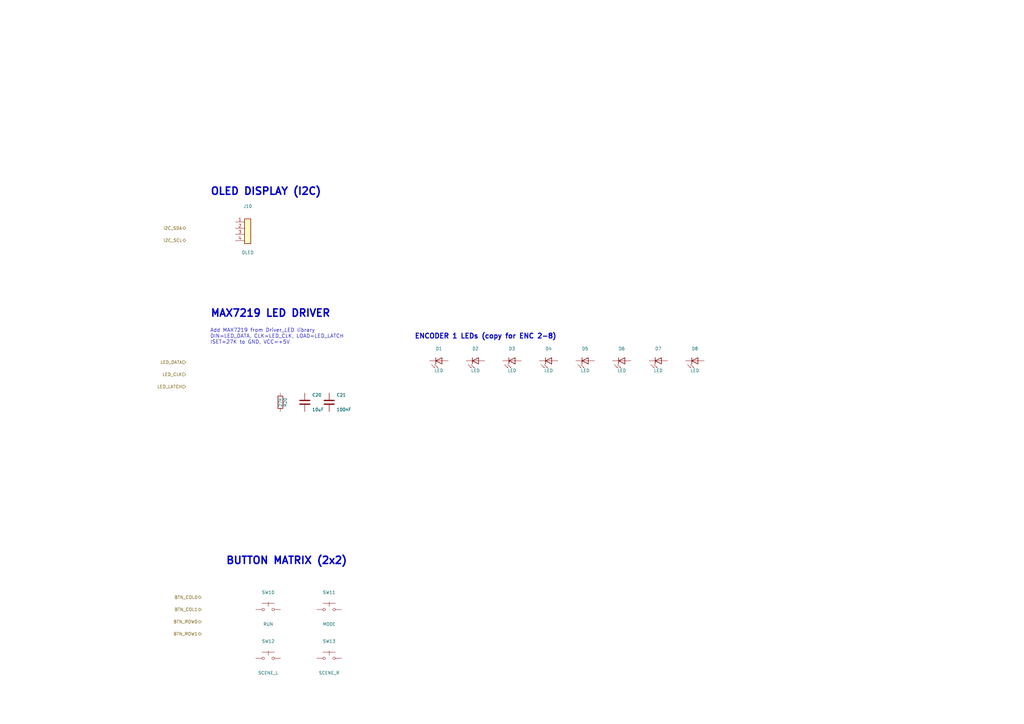
<source format=kicad_sch>
(kicad_sch (version 20250114) (generator "eeschema") (generator_version "9.0")
  (paper "A3")
  (title_block (title "SENGBARD - UI Components") (date "2025-01-26") (rev "0.2") (comment 1 "OLED Display, MAX7219 LED Driver, Button Matrix") (comment 2 "64x Encoder Ring LEDs, 4x Buttons"))
  (lib_symbols
    (symbol "Connector_Generic:Conn_01x04" (pin_names (offset 1.016) hide)
      (property "Reference" "J" (at 0 5.08 0))
      (property "Value" "Conn_01x04" (at 0 -7.62 0))
      (symbol "Conn_01x04_1_1"
        (rectangle (start -1.27 3.81) (end 1.27 -6.35) (stroke (width 0.254)) (fill (type background)))
        (pin passive line (at -5.08 2.54 0) (length 3.81) (name "Pin_1") (number "1"))
        (pin passive line (at -5.08 0 0) (length 3.81) (name "Pin_2") (number "2"))
        (pin passive line (at -5.08 -2.54 0) (length 3.81) (name "Pin_3") (number "3"))
        (pin passive line (at -5.08 -5.08 0) (length 3.81) (name "Pin_4") (number "4"))
      )
    )
    (symbol "Device:R" (pin_numbers hide) (pin_names (offset 0))
      (property "Reference" "R" (at 2.032 0 90))
      (property "Value" "R" (at 0 0 90))
      (symbol "R_0_1"
        (rectangle (start -1.016 -2.54) (end 1.016 2.54) (stroke (width 0.254)))
      )
      (symbol "R_1_1"
        (pin passive line (at 0 3.81 270) (length 1.27) (name "~") (number "1"))
        (pin passive line (at 0 -3.81 90) (length 1.27) (name "~") (number "2"))
      )
    )
    (symbol "Device:C" (pin_numbers hide) (pin_names (offset 0.254))
      (property "Reference" "C" (at 0.635 2.54 0))
      (property "Value" "C" (at 0.635 -2.54 0))
      (symbol "C_0_1"
        (polyline (pts (xy -2.032 -0.762) (xy 2.032 -0.762)) (stroke (width 0.508)))
        (polyline (pts (xy -2.032 0.762) (xy 2.032 0.762)) (stroke (width 0.508)))
      )
      (symbol "C_1_1"
        (pin passive line (at 0 3.81 270) (length 2.794) (name "~") (number "1"))
        (pin passive line (at 0 -3.81 90) (length 2.794) (name "~") (number "2"))
      )
    )
    (symbol "Device:LED" (pin_numbers hide) (pin_names (offset 1.016) hide)
      (property "Reference" "D" (at 0 4.064 0))
      (property "Value" "LED" (at 0 -3.556 0))
      (symbol "LED_0_1"
        (polyline (pts (xy -1.27 -1.27) (xy -1.27 1.27)) (stroke (width 0.254)))
        (polyline (pts (xy -1.27 0) (xy 1.27 0)))
        (polyline (pts (xy 1.27 -1.27) (xy 1.27 1.27) (xy -1.27 0) (xy 1.27 -1.27)) (stroke (width 0.254)))
        (polyline (pts (xy -3.048 -1.524) (xy -1.778 -2.794)))
        (polyline (pts (xy -1.778 -1.524) (xy -0.508 -2.794)))
        (polyline (pts (xy -2.032 -2.794) (xy -1.778 -2.794) (xy -1.778 -2.54)))
        (polyline (pts (xy -0.762 -2.794) (xy -0.508 -2.794) (xy -0.508 -2.54)))
      )
      (symbol "LED_1_1"
        (pin passive line (at -3.81 0 0) (length 2.54) (name "K") (number "1"))
        (pin passive line (at 3.81 0 180) (length 2.54) (name "A") (number "2"))
      )
    )
    (symbol "Switch:SW_Push" (pin_numbers hide) (pin_names (offset 1.016) hide)
      (property "Reference" "SW" (at 1.27 6.35 0))
      (property "Value" "SW_Push" (at 0 -1.524 0))
      (symbol "SW_Push_0_1"
        (circle (center -2.032 0) (radius 0.508))
        (circle (center 2.032 0) (radius 0.508))
        (polyline (pts (xy 0 1.27) (xy 0 3.048)))
        (polyline (pts (xy -2.54 2.54) (xy 2.54 2.54)))
      )
      (symbol "SW_Push_1_1"
        (pin passive line (at -5.08 0 0) (length 2.54) (name "1") (number "1"))
        (pin passive line (at 5.08 0 180) (length 2.54) (name "2") (number "2"))
      )
    )
  )
  (text "OLED DISPLAY (I2C)" (at 86.2 78.59 0) (effects (font (size 3 3) (bold yes)) (justify left)))
  (text "MAX7219 LED DRIVER" (at 86.2 128.59 0) (effects (font (size 3 3) (bold yes)) (justify left)))
  (text "ENCODER 1 LEDs (copy for ENC 2-8)" (at 170 138 0) (effects (font (size 2 2) (bold yes)) (justify left)))
  (text "BUTTON MATRIX (2x2)" (at 92.55 230 0) (effects (font (size 3 3) (bold yes)) (justify left)))
  (text "Add MAX7219 from Driver_LED library\nDIN=LED_DATA, CLK=LED_CLK, LOAD=LED_LATCH\nISET=27K to GND, VCC=+5V" (at 86.2 138 0) (effects (font (size 1.5 1.5)) (justify left)))
  (hierarchical_label "I2C_SDA" (shape bidirectional) (at 76.2 93.59 180))
  (hierarchical_label "I2C_SCL" (shape bidirectional) (at 76.2 98.59 180))
  (hierarchical_label "LED_DATA" (shape input) (at 76.2 148.59 180))
  (hierarchical_label "LED_CLK" (shape input) (at 76.2 153.59 180))
  (hierarchical_label "LED_LATCH" (shape input) (at 76.2 158.59 180))
  (hierarchical_label "BTN_COL0" (shape bidirectional) (at 82.55 245 180))
  (hierarchical_label "BTN_COL1" (shape bidirectional) (at 82.55 250 180))
  (hierarchical_label "BTN_ROW0" (shape bidirectional) (at 82.55 255 180))
  (hierarchical_label "BTN_ROW1" (shape bidirectional) (at 82.55 260 180))
  (symbol (lib_id "Connector_Generic:Conn_01x04") (at 101.6 93.59 0) (unit 1)
    (property "Reference" "J10" (at 101.6 84.59 0))
    (property "Value" "OLED" (at 101.6 103.59 0))
  )
  (symbol (lib_id "Device:R") (at 115 165 0) (unit 1)
    (property "Reference" "R20" (at 117 165 90))
    (property "Value" "27K" (at 115 165 90))
  )
  (symbol (lib_id "Device:C") (at 125 165 0) (unit 1)
    (property "Reference" "C20" (at 128 162 0) (effects (justify left)))
    (property "Value" "10uF" (at 128 168 0) (effects (justify left)))
  )
  (symbol (lib_id "Device:C") (at 135 165 0) (unit 1)
    (property "Reference" "C21" (at 138 162 0) (effects (justify left)))
    (property "Value" "100nF" (at 138 168 0) (effects (justify left)))
  )
  (symbol (lib_id "Device:LED") (at 180 148 0) (unit 1)
    (property "Reference" "D1" (at 180 143 0))
    (property "Value" "LED" (at 180 152 0))
  )
  (symbol (lib_id "Device:LED") (at 195 148 0) (unit 1)
    (property "Reference" "D2" (at 195 143 0))
    (property "Value" "LED" (at 195 152 0))
  )
  (symbol (lib_id "Device:LED") (at 210 148 0) (unit 1)
    (property "Reference" "D3" (at 210 143 0))
    (property "Value" "LED" (at 210 152 0))
  )
  (symbol (lib_id "Device:LED") (at 225 148 0) (unit 1)
    (property "Reference" "D4" (at 225 143 0))
    (property "Value" "LED" (at 225 152 0))
  )
  (symbol (lib_id "Device:LED") (at 240 148 0) (unit 1)
    (property "Reference" "D5" (at 240 143 0))
    (property "Value" "LED" (at 240 152 0))
  )
  (symbol (lib_id "Device:LED") (at 255 148 0) (unit 1)
    (property "Reference" "D6" (at 255 143 0))
    (property "Value" "LED" (at 255 152 0))
  )
  (symbol (lib_id "Device:LED") (at 270 148 0) (unit 1)
    (property "Reference" "D7" (at 270 143 0))
    (property "Value" "LED" (at 270 152 0))
  )
  (symbol (lib_id "Device:LED") (at 285 148 0) (unit 1)
    (property "Reference" "D8" (at 285 143 0))
    (property "Value" "LED" (at 285 152 0))
  )
  (symbol (lib_id "Switch:SW_Push") (at 110 250 0) (unit 1)
    (property "Reference" "SW10" (at 110 243 0))
    (property "Value" "RUN" (at 110 256 0))
  )
  (symbol (lib_id "Switch:SW_Push") (at 135 250 0) (unit 1)
    (property "Reference" "SW11" (at 135 243 0))
    (property "Value" "MODE" (at 135 256 0))
  )
  (symbol (lib_id "Switch:SW_Push") (at 110 270 0) (unit 1)
    (property "Reference" "SW12" (at 110 263 0))
    (property "Value" "SCENE_L" (at 110 276 0))
  )
  (symbol (lib_id "Switch:SW_Push") (at 135 270 0) (unit 1)
    (property "Reference" "SW13" (at 135 263 0))
    (property "Value" "SCENE_R" (at 135 276 0))
  )
)
</source>
